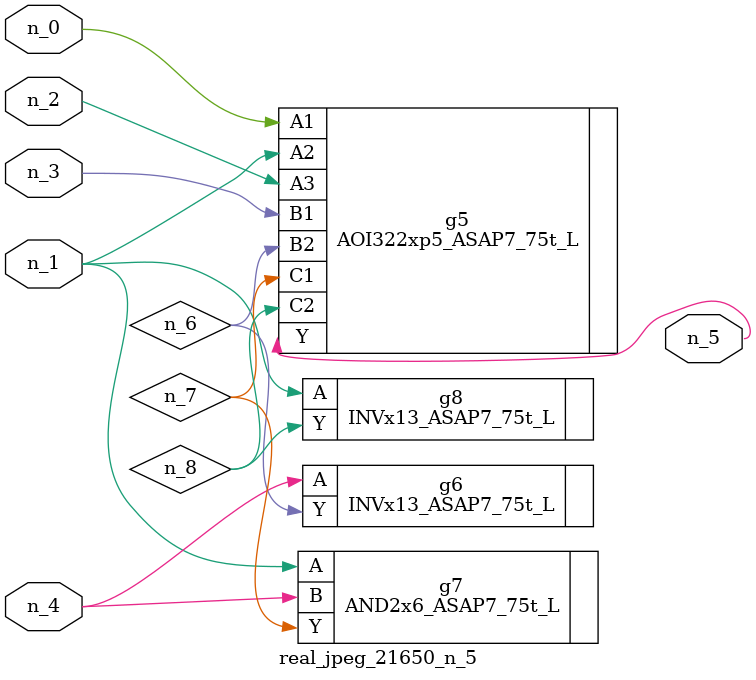
<source format=v>
module real_jpeg_21650_n_5 (n_4, n_0, n_1, n_2, n_3, n_5);

input n_4;
input n_0;
input n_1;
input n_2;
input n_3;

output n_5;

wire n_8;
wire n_6;
wire n_7;

AOI322xp5_ASAP7_75t_L g5 ( 
.A1(n_0),
.A2(n_1),
.A3(n_2),
.B1(n_3),
.B2(n_6),
.C1(n_7),
.C2(n_8),
.Y(n_5)
);

AND2x6_ASAP7_75t_L g7 ( 
.A(n_1),
.B(n_4),
.Y(n_7)
);

INVx13_ASAP7_75t_L g8 ( 
.A(n_1),
.Y(n_8)
);

INVx13_ASAP7_75t_L g6 ( 
.A(n_4),
.Y(n_6)
);


endmodule
</source>
